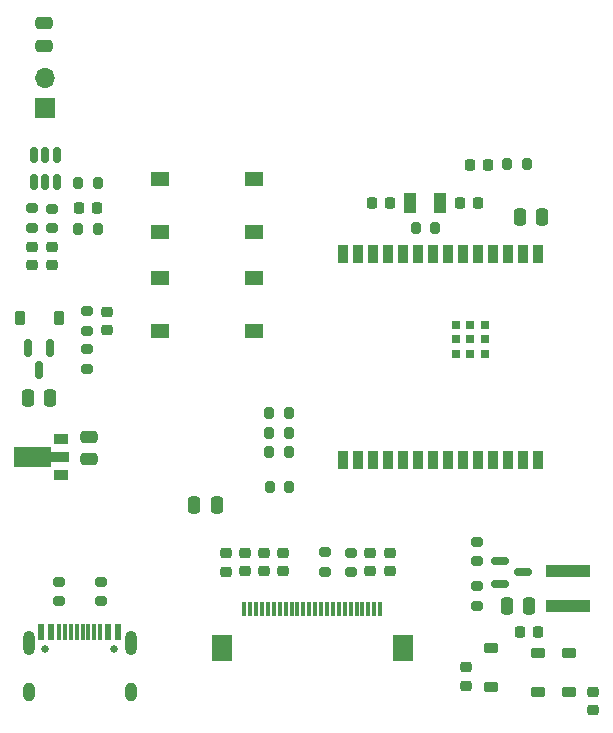
<source format=gbr>
%TF.GenerationSoftware,KiCad,Pcbnew,7.0.10+dfsg-1*%
%TF.CreationDate,2024-02-28T21:18:20+08:00*%
%TF.ProjectId,eink_digit_clk,65696e6b-5f64-4696-9769-745f636c6b2e,rev?*%
%TF.SameCoordinates,Original*%
%TF.FileFunction,Soldermask,Top*%
%TF.FilePolarity,Negative*%
%FSLAX46Y46*%
G04 Gerber Fmt 4.6, Leading zero omitted, Abs format (unit mm)*
G04 Created by KiCad (PCBNEW 7.0.10+dfsg-1) date 2024-02-28 21:18:20*
%MOMM*%
%LPD*%
G01*
G04 APERTURE LIST*
G04 Aperture macros list*
%AMRoundRect*
0 Rectangle with rounded corners*
0 $1 Rounding radius*
0 $2 $3 $4 $5 $6 $7 $8 $9 X,Y pos of 4 corners*
0 Add a 4 corners polygon primitive as box body*
4,1,4,$2,$3,$4,$5,$6,$7,$8,$9,$2,$3,0*
0 Add four circle primitives for the rounded corners*
1,1,$1+$1,$2,$3*
1,1,$1+$1,$4,$5*
1,1,$1+$1,$6,$7*
1,1,$1+$1,$8,$9*
0 Add four rect primitives between the rounded corners*
20,1,$1+$1,$2,$3,$4,$5,0*
20,1,$1+$1,$4,$5,$6,$7,0*
20,1,$1+$1,$6,$7,$8,$9,0*
20,1,$1+$1,$8,$9,$2,$3,0*%
%AMFreePoly0*
4,1,9,3.862500,-0.866500,0.737500,-0.866500,0.737500,-0.450000,-0.737500,-0.450000,-0.737500,0.450000,0.737500,0.450000,0.737500,0.866500,3.862500,0.866500,3.862500,-0.866500,3.862500,-0.866500,$1*%
G04 Aperture macros list end*
%ADD10RoundRect,0.225000X0.250000X-0.225000X0.250000X0.225000X-0.250000X0.225000X-0.250000X-0.225000X0*%
%ADD11RoundRect,0.225000X-0.250000X0.225000X-0.250000X-0.225000X0.250000X-0.225000X0.250000X0.225000X0*%
%ADD12RoundRect,0.200000X-0.200000X-0.275000X0.200000X-0.275000X0.200000X0.275000X-0.200000X0.275000X0*%
%ADD13RoundRect,0.150000X-0.587500X-0.150000X0.587500X-0.150000X0.587500X0.150000X-0.587500X0.150000X0*%
%ADD14RoundRect,0.200000X0.275000X-0.200000X0.275000X0.200000X-0.275000X0.200000X-0.275000X-0.200000X0*%
%ADD15RoundRect,0.218750X0.256250X-0.218750X0.256250X0.218750X-0.256250X0.218750X-0.256250X-0.218750X0*%
%ADD16RoundRect,0.225000X-0.225000X-0.250000X0.225000X-0.250000X0.225000X0.250000X-0.225000X0.250000X0*%
%ADD17RoundRect,0.200000X-0.275000X0.200000X-0.275000X-0.200000X0.275000X-0.200000X0.275000X0.200000X0*%
%ADD18RoundRect,0.225000X-0.225000X-0.375000X0.225000X-0.375000X0.225000X0.375000X-0.225000X0.375000X0*%
%ADD19RoundRect,0.200000X0.200000X0.275000X-0.200000X0.275000X-0.200000X-0.275000X0.200000X-0.275000X0*%
%ADD20R,0.300000X1.300000*%
%ADD21R,1.800000X2.200000*%
%ADD22R,3.700000X1.100000*%
%ADD23RoundRect,0.225000X0.225000X0.250000X-0.225000X0.250000X-0.225000X-0.250000X0.225000X-0.250000X0*%
%ADD24RoundRect,0.250000X-0.250000X-0.475000X0.250000X-0.475000X0.250000X0.475000X-0.250000X0.475000X0*%
%ADD25R,1.550000X1.300000*%
%ADD26RoundRect,0.250000X0.475000X-0.250000X0.475000X0.250000X-0.475000X0.250000X-0.475000X-0.250000X0*%
%ADD27R,0.900000X1.500000*%
%ADD28R,0.800000X0.800000*%
%ADD29RoundRect,0.250000X-0.475000X0.250000X-0.475000X-0.250000X0.475000X-0.250000X0.475000X0.250000X0*%
%ADD30RoundRect,0.150000X-0.150000X0.587500X-0.150000X-0.587500X0.150000X-0.587500X0.150000X0.587500X0*%
%ADD31RoundRect,0.225000X0.375000X-0.225000X0.375000X0.225000X-0.375000X0.225000X-0.375000X-0.225000X0*%
%ADD32R,1.300000X0.900000*%
%ADD33FreePoly0,180.000000*%
%ADD34RoundRect,0.250000X0.250000X0.475000X-0.250000X0.475000X-0.250000X-0.475000X0.250000X-0.475000X0*%
%ADD35RoundRect,0.150000X-0.150000X0.512500X-0.150000X-0.512500X0.150000X-0.512500X0.150000X0.512500X0*%
%ADD36RoundRect,0.225000X-0.375000X0.225000X-0.375000X-0.225000X0.375000X-0.225000X0.375000X0.225000X0*%
%ADD37R,1.000000X1.800000*%
%ADD38C,0.650000*%
%ADD39R,0.600000X1.450000*%
%ADD40R,0.300000X1.450000*%
%ADD41O,1.000000X2.100000*%
%ADD42O,1.000000X1.600000*%
%ADD43R,1.700000X1.700000*%
%ADD44O,1.700000X1.700000*%
G04 APERTURE END LIST*
D10*
%TO.C,C15*%
X95100000Y-116375000D03*
X95100000Y-114825000D03*
%TD*%
D11*
%TO.C,C8*%
X119100000Y-135250000D03*
X119100000Y-136800000D03*
%TD*%
D12*
%TO.C,R18*%
X108900000Y-129650000D03*
X110550000Y-129650000D03*
%TD*%
D13*
%TO.C,Q1*%
X128437500Y-135925000D03*
X128437500Y-137825000D03*
X130312500Y-136875000D03*
%TD*%
D14*
%TO.C,R7*%
X94600000Y-139325000D03*
X94600000Y-137675000D03*
%TD*%
D15*
%TO.C,D5*%
X88800000Y-110875000D03*
X88800000Y-109300000D03*
%TD*%
D14*
%TO.C,R6*%
X91100000Y-139325000D03*
X91100000Y-137675000D03*
%TD*%
D16*
%TO.C,C3*%
X130050000Y-141900000D03*
X131600000Y-141900000D03*
%TD*%
D17*
%TO.C,R3*%
X88800000Y-106050000D03*
X88800000Y-107700000D03*
%TD*%
D18*
%TO.C,D4*%
X87750000Y-115375000D03*
X91050000Y-115375000D03*
%TD*%
D19*
%TO.C,R15*%
X130675000Y-102325000D03*
X129025000Y-102325000D03*
%TD*%
D20*
%TO.C,J1*%
X118250000Y-140000000D03*
X117750000Y-140000000D03*
X117250000Y-140000000D03*
X116750000Y-140000000D03*
X116250000Y-140000000D03*
X115750000Y-140000000D03*
X115250000Y-140000000D03*
X114750000Y-140000000D03*
X114250000Y-140000000D03*
X113750000Y-140000000D03*
X113250000Y-140000000D03*
X112750000Y-140000000D03*
X112250000Y-140000000D03*
X111750000Y-140000000D03*
X111250000Y-140000000D03*
X110750000Y-140000000D03*
X110250000Y-140000000D03*
X109750000Y-140000000D03*
X109250000Y-140000000D03*
X108750000Y-140000000D03*
X108250000Y-140000000D03*
X107750000Y-140000000D03*
X107250000Y-140000000D03*
X106750000Y-140000000D03*
D21*
X104850000Y-143250000D03*
X120150000Y-143250000D03*
%TD*%
D15*
%TO.C,D6*%
X90500000Y-110875000D03*
X90500000Y-109300000D03*
%TD*%
D14*
%TO.C,R1*%
X126475000Y-135925000D03*
X126475000Y-134275000D03*
%TD*%
D19*
%TO.C,R12*%
X110525000Y-125050000D03*
X108875000Y-125050000D03*
%TD*%
D22*
%TO.C,L1*%
X134125000Y-139750000D03*
X134125000Y-136750000D03*
%TD*%
D23*
%TO.C,C17*%
X119100000Y-105600000D03*
X117550000Y-105600000D03*
%TD*%
D11*
%TO.C,C9*%
X110000000Y-135250000D03*
X110000000Y-136800000D03*
%TD*%
D24*
%TO.C,C16*%
X130075000Y-106750000D03*
X131975000Y-106750000D03*
%TD*%
D25*
%TO.C,SW2*%
X99650000Y-103550000D03*
X107600000Y-103550000D03*
X99650000Y-108050000D03*
X107600000Y-108050000D03*
%TD*%
D26*
%TO.C,C14*%
X89800000Y-92300000D03*
X89800000Y-90400000D03*
%TD*%
D19*
%TO.C,R14*%
X110525000Y-126700000D03*
X108875000Y-126700000D03*
%TD*%
D27*
%TO.C,U1*%
X131610000Y-109900000D03*
X130340000Y-109900000D03*
X129070000Y-109900000D03*
X127800000Y-109900000D03*
X126530000Y-109900000D03*
X125260000Y-109900000D03*
X123990000Y-109900000D03*
X122720000Y-109900000D03*
X121450000Y-109900000D03*
X120180000Y-109900000D03*
X118910000Y-109900000D03*
X117640000Y-109900000D03*
X116370000Y-109900000D03*
X115100000Y-109900000D03*
X115100000Y-127400000D03*
X116370000Y-127400000D03*
X117640000Y-127400000D03*
X118910000Y-127400000D03*
X120180000Y-127400000D03*
X121450000Y-127400000D03*
X122720000Y-127400000D03*
X123990000Y-127400000D03*
X125260000Y-127400000D03*
X126530000Y-127400000D03*
X127800000Y-127400000D03*
X129070000Y-127400000D03*
X130340000Y-127400000D03*
X131610000Y-127400000D03*
D28*
X127140000Y-115895000D03*
X125890000Y-115895000D03*
X124640000Y-115895000D03*
X127140000Y-117145000D03*
X125890000Y-117145000D03*
X124640000Y-117145000D03*
X127140000Y-118395000D03*
X125890000Y-118395000D03*
X124640000Y-118395000D03*
%TD*%
D25*
%TO.C,SW1*%
X99650000Y-111950000D03*
X107600000Y-111950000D03*
X99650000Y-116450000D03*
X107600000Y-116450000D03*
%TD*%
D19*
%TO.C,R9*%
X122925000Y-107700000D03*
X121275000Y-107700000D03*
%TD*%
D29*
%TO.C,C19*%
X93600000Y-125400000D03*
X93600000Y-127300000D03*
%TD*%
D11*
%TO.C,C10*%
X108400000Y-135250000D03*
X108400000Y-136800000D03*
%TD*%
%TO.C,C5*%
X117400000Y-135250000D03*
X117400000Y-136800000D03*
%TD*%
D30*
%TO.C,Q2*%
X90300000Y-117900000D03*
X88400000Y-117900000D03*
X89350000Y-119775000D03*
%TD*%
D31*
%TO.C,D2*%
X127675000Y-146575000D03*
X127675000Y-143275000D03*
%TD*%
D11*
%TO.C,C12*%
X105200000Y-135275000D03*
X105200000Y-136825000D03*
%TD*%
D32*
%TO.C,U3*%
X91250000Y-128600000D03*
D33*
X91162500Y-127100000D03*
D32*
X91250000Y-125600000D03*
%TD*%
D34*
%TO.C,C2*%
X130850000Y-139750000D03*
X128950000Y-139750000D03*
%TD*%
D31*
%TO.C,D1*%
X134200000Y-147025000D03*
X134200000Y-143725000D03*
%TD*%
D17*
%TO.C,R2*%
X126487500Y-138050000D03*
X126487500Y-139700000D03*
%TD*%
%TO.C,R11*%
X113550000Y-135175000D03*
X113550000Y-136825000D03*
%TD*%
%TO.C,R4*%
X115800000Y-135200000D03*
X115800000Y-136850000D03*
%TD*%
D35*
%TO.C,U2*%
X90850000Y-101525000D03*
X89900000Y-101525000D03*
X88950000Y-101525000D03*
X88950000Y-103800000D03*
X89900000Y-103800000D03*
X90850000Y-103800000D03*
%TD*%
D36*
%TO.C,D3*%
X131575000Y-143725000D03*
X131575000Y-147025000D03*
%TD*%
D11*
%TO.C,C7*%
X136250000Y-147000000D03*
X136250000Y-148550000D03*
%TD*%
D17*
%TO.C,R10*%
X90500000Y-106075000D03*
X90500000Y-107725000D03*
%TD*%
D11*
%TO.C,C6*%
X125500000Y-144925000D03*
X125500000Y-146475000D03*
%TD*%
%TO.C,C11*%
X106800000Y-135250000D03*
X106800000Y-136800000D03*
%TD*%
D14*
%TO.C,R16*%
X93400000Y-119625000D03*
X93400000Y-117975000D03*
%TD*%
D19*
%TO.C,R13*%
X110525000Y-123425000D03*
X108875000Y-123425000D03*
%TD*%
D16*
%TO.C,C13*%
X92725000Y-106000000D03*
X94275000Y-106000000D03*
%TD*%
D37*
%TO.C,Y1*%
X123300000Y-105600000D03*
X120800000Y-105600000D03*
%TD*%
D14*
%TO.C,R17*%
X93400000Y-116425000D03*
X93400000Y-114775000D03*
%TD*%
D16*
%TO.C,C18*%
X125000000Y-105600000D03*
X126550000Y-105600000D03*
%TD*%
D12*
%TO.C,R8*%
X92675000Y-103900000D03*
X94325000Y-103900000D03*
%TD*%
D23*
%TO.C,C4*%
X127400000Y-102350000D03*
X125850000Y-102350000D03*
%TD*%
D34*
%TO.C,C20*%
X104425000Y-131175000D03*
X102525000Y-131175000D03*
%TD*%
D24*
%TO.C,C1*%
X88400000Y-122100000D03*
X90300000Y-122100000D03*
%TD*%
D12*
%TO.C,R5*%
X92675000Y-107800000D03*
X94325000Y-107800000D03*
%TD*%
D38*
%TO.C,J2*%
X89910000Y-143375000D03*
X95690000Y-143375000D03*
D39*
X89550000Y-141930000D03*
X90350000Y-141930000D03*
D40*
X91550000Y-141930000D03*
X92550000Y-141930000D03*
X93050000Y-141930000D03*
X94050000Y-141930000D03*
D39*
X95250000Y-141930000D03*
X96050000Y-141930000D03*
X96050000Y-141930000D03*
X95250000Y-141930000D03*
D40*
X94550000Y-141930000D03*
X93550000Y-141930000D03*
X92050000Y-141930000D03*
X91050000Y-141930000D03*
D39*
X90350000Y-141930000D03*
X89550000Y-141930000D03*
D41*
X88480000Y-142845000D03*
D42*
X88480000Y-147025000D03*
D41*
X97120000Y-142845000D03*
D42*
X97120000Y-147025000D03*
%TD*%
D43*
%TO.C,J3*%
X89900000Y-97575000D03*
D44*
X89900000Y-95035000D03*
%TD*%
M02*

</source>
